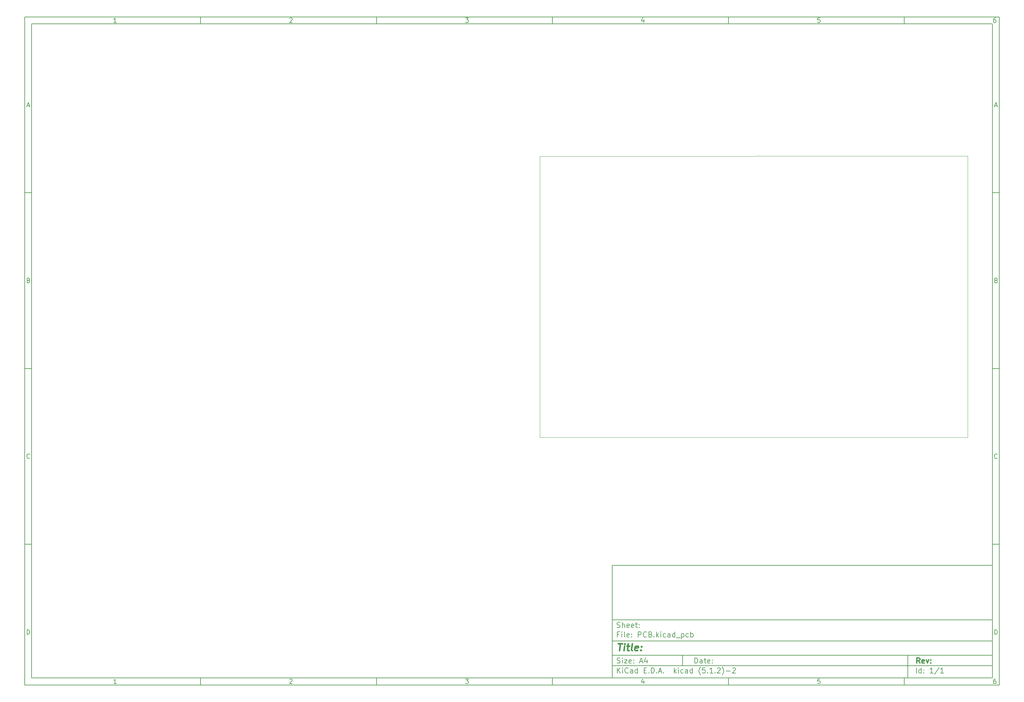
<source format=gbr>
G04 #@! TF.GenerationSoftware,KiCad,Pcbnew,(5.1.2)-2*
G04 #@! TF.CreationDate,2019-11-01T09:46:42-03:00*
G04 #@! TF.ProjectId,PCB,5043422e-6b69-4636-9164-5f7063625858,rev?*
G04 #@! TF.SameCoordinates,Original*
G04 #@! TF.FileFunction,Profile,NP*
%FSLAX46Y46*%
G04 Gerber Fmt 4.6, Leading zero omitted, Abs format (unit mm)*
G04 Created by KiCad (PCBNEW (5.1.2)-2) date 2019-11-01 09:46:42*
%MOMM*%
%LPD*%
G04 APERTURE LIST*
%ADD10C,0.100000*%
%ADD11C,0.150000*%
%ADD12C,0.300000*%
%ADD13C,0.400000*%
G04 APERTURE END LIST*
D10*
D11*
X177002200Y-166007200D02*
X177002200Y-198007200D01*
X285002200Y-198007200D01*
X285002200Y-166007200D01*
X177002200Y-166007200D01*
D10*
D11*
X10000000Y-10000000D02*
X10000000Y-200007200D01*
X287002200Y-200007200D01*
X287002200Y-10000000D01*
X10000000Y-10000000D01*
D10*
D11*
X12000000Y-12000000D02*
X12000000Y-198007200D01*
X285002200Y-198007200D01*
X285002200Y-12000000D01*
X12000000Y-12000000D01*
D10*
D11*
X60000000Y-12000000D02*
X60000000Y-10000000D01*
D10*
D11*
X110000000Y-12000000D02*
X110000000Y-10000000D01*
D10*
D11*
X160000000Y-12000000D02*
X160000000Y-10000000D01*
D10*
D11*
X210000000Y-12000000D02*
X210000000Y-10000000D01*
D10*
D11*
X260000000Y-12000000D02*
X260000000Y-10000000D01*
D10*
D11*
X36065476Y-11588095D02*
X35322619Y-11588095D01*
X35694047Y-11588095D02*
X35694047Y-10288095D01*
X35570238Y-10473809D01*
X35446428Y-10597619D01*
X35322619Y-10659523D01*
D10*
D11*
X85322619Y-10411904D02*
X85384523Y-10350000D01*
X85508333Y-10288095D01*
X85817857Y-10288095D01*
X85941666Y-10350000D01*
X86003571Y-10411904D01*
X86065476Y-10535714D01*
X86065476Y-10659523D01*
X86003571Y-10845238D01*
X85260714Y-11588095D01*
X86065476Y-11588095D01*
D10*
D11*
X135260714Y-10288095D02*
X136065476Y-10288095D01*
X135632142Y-10783333D01*
X135817857Y-10783333D01*
X135941666Y-10845238D01*
X136003571Y-10907142D01*
X136065476Y-11030952D01*
X136065476Y-11340476D01*
X136003571Y-11464285D01*
X135941666Y-11526190D01*
X135817857Y-11588095D01*
X135446428Y-11588095D01*
X135322619Y-11526190D01*
X135260714Y-11464285D01*
D10*
D11*
X185941666Y-10721428D02*
X185941666Y-11588095D01*
X185632142Y-10226190D02*
X185322619Y-11154761D01*
X186127380Y-11154761D01*
D10*
D11*
X236003571Y-10288095D02*
X235384523Y-10288095D01*
X235322619Y-10907142D01*
X235384523Y-10845238D01*
X235508333Y-10783333D01*
X235817857Y-10783333D01*
X235941666Y-10845238D01*
X236003571Y-10907142D01*
X236065476Y-11030952D01*
X236065476Y-11340476D01*
X236003571Y-11464285D01*
X235941666Y-11526190D01*
X235817857Y-11588095D01*
X235508333Y-11588095D01*
X235384523Y-11526190D01*
X235322619Y-11464285D01*
D10*
D11*
X285941666Y-10288095D02*
X285694047Y-10288095D01*
X285570238Y-10350000D01*
X285508333Y-10411904D01*
X285384523Y-10597619D01*
X285322619Y-10845238D01*
X285322619Y-11340476D01*
X285384523Y-11464285D01*
X285446428Y-11526190D01*
X285570238Y-11588095D01*
X285817857Y-11588095D01*
X285941666Y-11526190D01*
X286003571Y-11464285D01*
X286065476Y-11340476D01*
X286065476Y-11030952D01*
X286003571Y-10907142D01*
X285941666Y-10845238D01*
X285817857Y-10783333D01*
X285570238Y-10783333D01*
X285446428Y-10845238D01*
X285384523Y-10907142D01*
X285322619Y-11030952D01*
D10*
D11*
X60000000Y-198007200D02*
X60000000Y-200007200D01*
D10*
D11*
X110000000Y-198007200D02*
X110000000Y-200007200D01*
D10*
D11*
X160000000Y-198007200D02*
X160000000Y-200007200D01*
D10*
D11*
X210000000Y-198007200D02*
X210000000Y-200007200D01*
D10*
D11*
X260000000Y-198007200D02*
X260000000Y-200007200D01*
D10*
D11*
X36065476Y-199595295D02*
X35322619Y-199595295D01*
X35694047Y-199595295D02*
X35694047Y-198295295D01*
X35570238Y-198481009D01*
X35446428Y-198604819D01*
X35322619Y-198666723D01*
D10*
D11*
X85322619Y-198419104D02*
X85384523Y-198357200D01*
X85508333Y-198295295D01*
X85817857Y-198295295D01*
X85941666Y-198357200D01*
X86003571Y-198419104D01*
X86065476Y-198542914D01*
X86065476Y-198666723D01*
X86003571Y-198852438D01*
X85260714Y-199595295D01*
X86065476Y-199595295D01*
D10*
D11*
X135260714Y-198295295D02*
X136065476Y-198295295D01*
X135632142Y-198790533D01*
X135817857Y-198790533D01*
X135941666Y-198852438D01*
X136003571Y-198914342D01*
X136065476Y-199038152D01*
X136065476Y-199347676D01*
X136003571Y-199471485D01*
X135941666Y-199533390D01*
X135817857Y-199595295D01*
X135446428Y-199595295D01*
X135322619Y-199533390D01*
X135260714Y-199471485D01*
D10*
D11*
X185941666Y-198728628D02*
X185941666Y-199595295D01*
X185632142Y-198233390D02*
X185322619Y-199161961D01*
X186127380Y-199161961D01*
D10*
D11*
X236003571Y-198295295D02*
X235384523Y-198295295D01*
X235322619Y-198914342D01*
X235384523Y-198852438D01*
X235508333Y-198790533D01*
X235817857Y-198790533D01*
X235941666Y-198852438D01*
X236003571Y-198914342D01*
X236065476Y-199038152D01*
X236065476Y-199347676D01*
X236003571Y-199471485D01*
X235941666Y-199533390D01*
X235817857Y-199595295D01*
X235508333Y-199595295D01*
X235384523Y-199533390D01*
X235322619Y-199471485D01*
D10*
D11*
X285941666Y-198295295D02*
X285694047Y-198295295D01*
X285570238Y-198357200D01*
X285508333Y-198419104D01*
X285384523Y-198604819D01*
X285322619Y-198852438D01*
X285322619Y-199347676D01*
X285384523Y-199471485D01*
X285446428Y-199533390D01*
X285570238Y-199595295D01*
X285817857Y-199595295D01*
X285941666Y-199533390D01*
X286003571Y-199471485D01*
X286065476Y-199347676D01*
X286065476Y-199038152D01*
X286003571Y-198914342D01*
X285941666Y-198852438D01*
X285817857Y-198790533D01*
X285570238Y-198790533D01*
X285446428Y-198852438D01*
X285384523Y-198914342D01*
X285322619Y-199038152D01*
D10*
D11*
X10000000Y-60000000D02*
X12000000Y-60000000D01*
D10*
D11*
X10000000Y-110000000D02*
X12000000Y-110000000D01*
D10*
D11*
X10000000Y-160000000D02*
X12000000Y-160000000D01*
D10*
D11*
X10690476Y-35216666D02*
X11309523Y-35216666D01*
X10566666Y-35588095D02*
X11000000Y-34288095D01*
X11433333Y-35588095D01*
D10*
D11*
X11092857Y-84907142D02*
X11278571Y-84969047D01*
X11340476Y-85030952D01*
X11402380Y-85154761D01*
X11402380Y-85340476D01*
X11340476Y-85464285D01*
X11278571Y-85526190D01*
X11154761Y-85588095D01*
X10659523Y-85588095D01*
X10659523Y-84288095D01*
X11092857Y-84288095D01*
X11216666Y-84350000D01*
X11278571Y-84411904D01*
X11340476Y-84535714D01*
X11340476Y-84659523D01*
X11278571Y-84783333D01*
X11216666Y-84845238D01*
X11092857Y-84907142D01*
X10659523Y-84907142D01*
D10*
D11*
X11402380Y-135464285D02*
X11340476Y-135526190D01*
X11154761Y-135588095D01*
X11030952Y-135588095D01*
X10845238Y-135526190D01*
X10721428Y-135402380D01*
X10659523Y-135278571D01*
X10597619Y-135030952D01*
X10597619Y-134845238D01*
X10659523Y-134597619D01*
X10721428Y-134473809D01*
X10845238Y-134350000D01*
X11030952Y-134288095D01*
X11154761Y-134288095D01*
X11340476Y-134350000D01*
X11402380Y-134411904D01*
D10*
D11*
X10659523Y-185588095D02*
X10659523Y-184288095D01*
X10969047Y-184288095D01*
X11154761Y-184350000D01*
X11278571Y-184473809D01*
X11340476Y-184597619D01*
X11402380Y-184845238D01*
X11402380Y-185030952D01*
X11340476Y-185278571D01*
X11278571Y-185402380D01*
X11154761Y-185526190D01*
X10969047Y-185588095D01*
X10659523Y-185588095D01*
D10*
D11*
X287002200Y-60000000D02*
X285002200Y-60000000D01*
D10*
D11*
X287002200Y-110000000D02*
X285002200Y-110000000D01*
D10*
D11*
X287002200Y-160000000D02*
X285002200Y-160000000D01*
D10*
D11*
X285692676Y-35216666D02*
X286311723Y-35216666D01*
X285568866Y-35588095D02*
X286002200Y-34288095D01*
X286435533Y-35588095D01*
D10*
D11*
X286095057Y-84907142D02*
X286280771Y-84969047D01*
X286342676Y-85030952D01*
X286404580Y-85154761D01*
X286404580Y-85340476D01*
X286342676Y-85464285D01*
X286280771Y-85526190D01*
X286156961Y-85588095D01*
X285661723Y-85588095D01*
X285661723Y-84288095D01*
X286095057Y-84288095D01*
X286218866Y-84350000D01*
X286280771Y-84411904D01*
X286342676Y-84535714D01*
X286342676Y-84659523D01*
X286280771Y-84783333D01*
X286218866Y-84845238D01*
X286095057Y-84907142D01*
X285661723Y-84907142D01*
D10*
D11*
X286404580Y-135464285D02*
X286342676Y-135526190D01*
X286156961Y-135588095D01*
X286033152Y-135588095D01*
X285847438Y-135526190D01*
X285723628Y-135402380D01*
X285661723Y-135278571D01*
X285599819Y-135030952D01*
X285599819Y-134845238D01*
X285661723Y-134597619D01*
X285723628Y-134473809D01*
X285847438Y-134350000D01*
X286033152Y-134288095D01*
X286156961Y-134288095D01*
X286342676Y-134350000D01*
X286404580Y-134411904D01*
D10*
D11*
X285661723Y-185588095D02*
X285661723Y-184288095D01*
X285971247Y-184288095D01*
X286156961Y-184350000D01*
X286280771Y-184473809D01*
X286342676Y-184597619D01*
X286404580Y-184845238D01*
X286404580Y-185030952D01*
X286342676Y-185278571D01*
X286280771Y-185402380D01*
X286156961Y-185526190D01*
X285971247Y-185588095D01*
X285661723Y-185588095D01*
D10*
D11*
X200434342Y-193785771D02*
X200434342Y-192285771D01*
X200791485Y-192285771D01*
X201005771Y-192357200D01*
X201148628Y-192500057D01*
X201220057Y-192642914D01*
X201291485Y-192928628D01*
X201291485Y-193142914D01*
X201220057Y-193428628D01*
X201148628Y-193571485D01*
X201005771Y-193714342D01*
X200791485Y-193785771D01*
X200434342Y-193785771D01*
X202577200Y-193785771D02*
X202577200Y-193000057D01*
X202505771Y-192857200D01*
X202362914Y-192785771D01*
X202077200Y-192785771D01*
X201934342Y-192857200D01*
X202577200Y-193714342D02*
X202434342Y-193785771D01*
X202077200Y-193785771D01*
X201934342Y-193714342D01*
X201862914Y-193571485D01*
X201862914Y-193428628D01*
X201934342Y-193285771D01*
X202077200Y-193214342D01*
X202434342Y-193214342D01*
X202577200Y-193142914D01*
X203077200Y-192785771D02*
X203648628Y-192785771D01*
X203291485Y-192285771D02*
X203291485Y-193571485D01*
X203362914Y-193714342D01*
X203505771Y-193785771D01*
X203648628Y-193785771D01*
X204720057Y-193714342D02*
X204577200Y-193785771D01*
X204291485Y-193785771D01*
X204148628Y-193714342D01*
X204077200Y-193571485D01*
X204077200Y-193000057D01*
X204148628Y-192857200D01*
X204291485Y-192785771D01*
X204577200Y-192785771D01*
X204720057Y-192857200D01*
X204791485Y-193000057D01*
X204791485Y-193142914D01*
X204077200Y-193285771D01*
X205434342Y-193642914D02*
X205505771Y-193714342D01*
X205434342Y-193785771D01*
X205362914Y-193714342D01*
X205434342Y-193642914D01*
X205434342Y-193785771D01*
X205434342Y-192857200D02*
X205505771Y-192928628D01*
X205434342Y-193000057D01*
X205362914Y-192928628D01*
X205434342Y-192857200D01*
X205434342Y-193000057D01*
D10*
D11*
X177002200Y-194507200D02*
X285002200Y-194507200D01*
D10*
D11*
X178434342Y-196585771D02*
X178434342Y-195085771D01*
X179291485Y-196585771D02*
X178648628Y-195728628D01*
X179291485Y-195085771D02*
X178434342Y-195942914D01*
X179934342Y-196585771D02*
X179934342Y-195585771D01*
X179934342Y-195085771D02*
X179862914Y-195157200D01*
X179934342Y-195228628D01*
X180005771Y-195157200D01*
X179934342Y-195085771D01*
X179934342Y-195228628D01*
X181505771Y-196442914D02*
X181434342Y-196514342D01*
X181220057Y-196585771D01*
X181077200Y-196585771D01*
X180862914Y-196514342D01*
X180720057Y-196371485D01*
X180648628Y-196228628D01*
X180577200Y-195942914D01*
X180577200Y-195728628D01*
X180648628Y-195442914D01*
X180720057Y-195300057D01*
X180862914Y-195157200D01*
X181077200Y-195085771D01*
X181220057Y-195085771D01*
X181434342Y-195157200D01*
X181505771Y-195228628D01*
X182791485Y-196585771D02*
X182791485Y-195800057D01*
X182720057Y-195657200D01*
X182577200Y-195585771D01*
X182291485Y-195585771D01*
X182148628Y-195657200D01*
X182791485Y-196514342D02*
X182648628Y-196585771D01*
X182291485Y-196585771D01*
X182148628Y-196514342D01*
X182077200Y-196371485D01*
X182077200Y-196228628D01*
X182148628Y-196085771D01*
X182291485Y-196014342D01*
X182648628Y-196014342D01*
X182791485Y-195942914D01*
X184148628Y-196585771D02*
X184148628Y-195085771D01*
X184148628Y-196514342D02*
X184005771Y-196585771D01*
X183720057Y-196585771D01*
X183577200Y-196514342D01*
X183505771Y-196442914D01*
X183434342Y-196300057D01*
X183434342Y-195871485D01*
X183505771Y-195728628D01*
X183577200Y-195657200D01*
X183720057Y-195585771D01*
X184005771Y-195585771D01*
X184148628Y-195657200D01*
X186005771Y-195800057D02*
X186505771Y-195800057D01*
X186720057Y-196585771D02*
X186005771Y-196585771D01*
X186005771Y-195085771D01*
X186720057Y-195085771D01*
X187362914Y-196442914D02*
X187434342Y-196514342D01*
X187362914Y-196585771D01*
X187291485Y-196514342D01*
X187362914Y-196442914D01*
X187362914Y-196585771D01*
X188077200Y-196585771D02*
X188077200Y-195085771D01*
X188434342Y-195085771D01*
X188648628Y-195157200D01*
X188791485Y-195300057D01*
X188862914Y-195442914D01*
X188934342Y-195728628D01*
X188934342Y-195942914D01*
X188862914Y-196228628D01*
X188791485Y-196371485D01*
X188648628Y-196514342D01*
X188434342Y-196585771D01*
X188077200Y-196585771D01*
X189577200Y-196442914D02*
X189648628Y-196514342D01*
X189577200Y-196585771D01*
X189505771Y-196514342D01*
X189577200Y-196442914D01*
X189577200Y-196585771D01*
X190220057Y-196157200D02*
X190934342Y-196157200D01*
X190077200Y-196585771D02*
X190577200Y-195085771D01*
X191077200Y-196585771D01*
X191577200Y-196442914D02*
X191648628Y-196514342D01*
X191577200Y-196585771D01*
X191505771Y-196514342D01*
X191577200Y-196442914D01*
X191577200Y-196585771D01*
X194577200Y-196585771D02*
X194577200Y-195085771D01*
X194720057Y-196014342D02*
X195148628Y-196585771D01*
X195148628Y-195585771D02*
X194577200Y-196157200D01*
X195791485Y-196585771D02*
X195791485Y-195585771D01*
X195791485Y-195085771D02*
X195720057Y-195157200D01*
X195791485Y-195228628D01*
X195862914Y-195157200D01*
X195791485Y-195085771D01*
X195791485Y-195228628D01*
X197148628Y-196514342D02*
X197005771Y-196585771D01*
X196720057Y-196585771D01*
X196577200Y-196514342D01*
X196505771Y-196442914D01*
X196434342Y-196300057D01*
X196434342Y-195871485D01*
X196505771Y-195728628D01*
X196577200Y-195657200D01*
X196720057Y-195585771D01*
X197005771Y-195585771D01*
X197148628Y-195657200D01*
X198434342Y-196585771D02*
X198434342Y-195800057D01*
X198362914Y-195657200D01*
X198220057Y-195585771D01*
X197934342Y-195585771D01*
X197791485Y-195657200D01*
X198434342Y-196514342D02*
X198291485Y-196585771D01*
X197934342Y-196585771D01*
X197791485Y-196514342D01*
X197720057Y-196371485D01*
X197720057Y-196228628D01*
X197791485Y-196085771D01*
X197934342Y-196014342D01*
X198291485Y-196014342D01*
X198434342Y-195942914D01*
X199791485Y-196585771D02*
X199791485Y-195085771D01*
X199791485Y-196514342D02*
X199648628Y-196585771D01*
X199362914Y-196585771D01*
X199220057Y-196514342D01*
X199148628Y-196442914D01*
X199077200Y-196300057D01*
X199077200Y-195871485D01*
X199148628Y-195728628D01*
X199220057Y-195657200D01*
X199362914Y-195585771D01*
X199648628Y-195585771D01*
X199791485Y-195657200D01*
X202077200Y-197157200D02*
X202005771Y-197085771D01*
X201862914Y-196871485D01*
X201791485Y-196728628D01*
X201720057Y-196514342D01*
X201648628Y-196157200D01*
X201648628Y-195871485D01*
X201720057Y-195514342D01*
X201791485Y-195300057D01*
X201862914Y-195157200D01*
X202005771Y-194942914D01*
X202077200Y-194871485D01*
X203362914Y-195085771D02*
X202648628Y-195085771D01*
X202577200Y-195800057D01*
X202648628Y-195728628D01*
X202791485Y-195657200D01*
X203148628Y-195657200D01*
X203291485Y-195728628D01*
X203362914Y-195800057D01*
X203434342Y-195942914D01*
X203434342Y-196300057D01*
X203362914Y-196442914D01*
X203291485Y-196514342D01*
X203148628Y-196585771D01*
X202791485Y-196585771D01*
X202648628Y-196514342D01*
X202577200Y-196442914D01*
X204077200Y-196442914D02*
X204148628Y-196514342D01*
X204077200Y-196585771D01*
X204005771Y-196514342D01*
X204077200Y-196442914D01*
X204077200Y-196585771D01*
X205577200Y-196585771D02*
X204720057Y-196585771D01*
X205148628Y-196585771D02*
X205148628Y-195085771D01*
X205005771Y-195300057D01*
X204862914Y-195442914D01*
X204720057Y-195514342D01*
X206220057Y-196442914D02*
X206291485Y-196514342D01*
X206220057Y-196585771D01*
X206148628Y-196514342D01*
X206220057Y-196442914D01*
X206220057Y-196585771D01*
X206862914Y-195228628D02*
X206934342Y-195157200D01*
X207077200Y-195085771D01*
X207434342Y-195085771D01*
X207577200Y-195157200D01*
X207648628Y-195228628D01*
X207720057Y-195371485D01*
X207720057Y-195514342D01*
X207648628Y-195728628D01*
X206791485Y-196585771D01*
X207720057Y-196585771D01*
X208220057Y-197157200D02*
X208291485Y-197085771D01*
X208434342Y-196871485D01*
X208505771Y-196728628D01*
X208577200Y-196514342D01*
X208648628Y-196157200D01*
X208648628Y-195871485D01*
X208577200Y-195514342D01*
X208505771Y-195300057D01*
X208434342Y-195157200D01*
X208291485Y-194942914D01*
X208220057Y-194871485D01*
X209362914Y-196014342D02*
X210505771Y-196014342D01*
X211148628Y-195228628D02*
X211220057Y-195157200D01*
X211362914Y-195085771D01*
X211720057Y-195085771D01*
X211862914Y-195157200D01*
X211934342Y-195228628D01*
X212005771Y-195371485D01*
X212005771Y-195514342D01*
X211934342Y-195728628D01*
X211077200Y-196585771D01*
X212005771Y-196585771D01*
D10*
D11*
X177002200Y-191507200D02*
X285002200Y-191507200D01*
D10*
D12*
X264411485Y-193785771D02*
X263911485Y-193071485D01*
X263554342Y-193785771D02*
X263554342Y-192285771D01*
X264125771Y-192285771D01*
X264268628Y-192357200D01*
X264340057Y-192428628D01*
X264411485Y-192571485D01*
X264411485Y-192785771D01*
X264340057Y-192928628D01*
X264268628Y-193000057D01*
X264125771Y-193071485D01*
X263554342Y-193071485D01*
X265625771Y-193714342D02*
X265482914Y-193785771D01*
X265197200Y-193785771D01*
X265054342Y-193714342D01*
X264982914Y-193571485D01*
X264982914Y-193000057D01*
X265054342Y-192857200D01*
X265197200Y-192785771D01*
X265482914Y-192785771D01*
X265625771Y-192857200D01*
X265697200Y-193000057D01*
X265697200Y-193142914D01*
X264982914Y-193285771D01*
X266197200Y-192785771D02*
X266554342Y-193785771D01*
X266911485Y-192785771D01*
X267482914Y-193642914D02*
X267554342Y-193714342D01*
X267482914Y-193785771D01*
X267411485Y-193714342D01*
X267482914Y-193642914D01*
X267482914Y-193785771D01*
X267482914Y-192857200D02*
X267554342Y-192928628D01*
X267482914Y-193000057D01*
X267411485Y-192928628D01*
X267482914Y-192857200D01*
X267482914Y-193000057D01*
D10*
D11*
X178362914Y-193714342D02*
X178577200Y-193785771D01*
X178934342Y-193785771D01*
X179077200Y-193714342D01*
X179148628Y-193642914D01*
X179220057Y-193500057D01*
X179220057Y-193357200D01*
X179148628Y-193214342D01*
X179077200Y-193142914D01*
X178934342Y-193071485D01*
X178648628Y-193000057D01*
X178505771Y-192928628D01*
X178434342Y-192857200D01*
X178362914Y-192714342D01*
X178362914Y-192571485D01*
X178434342Y-192428628D01*
X178505771Y-192357200D01*
X178648628Y-192285771D01*
X179005771Y-192285771D01*
X179220057Y-192357200D01*
X179862914Y-193785771D02*
X179862914Y-192785771D01*
X179862914Y-192285771D02*
X179791485Y-192357200D01*
X179862914Y-192428628D01*
X179934342Y-192357200D01*
X179862914Y-192285771D01*
X179862914Y-192428628D01*
X180434342Y-192785771D02*
X181220057Y-192785771D01*
X180434342Y-193785771D01*
X181220057Y-193785771D01*
X182362914Y-193714342D02*
X182220057Y-193785771D01*
X181934342Y-193785771D01*
X181791485Y-193714342D01*
X181720057Y-193571485D01*
X181720057Y-193000057D01*
X181791485Y-192857200D01*
X181934342Y-192785771D01*
X182220057Y-192785771D01*
X182362914Y-192857200D01*
X182434342Y-193000057D01*
X182434342Y-193142914D01*
X181720057Y-193285771D01*
X183077200Y-193642914D02*
X183148628Y-193714342D01*
X183077200Y-193785771D01*
X183005771Y-193714342D01*
X183077200Y-193642914D01*
X183077200Y-193785771D01*
X183077200Y-192857200D02*
X183148628Y-192928628D01*
X183077200Y-193000057D01*
X183005771Y-192928628D01*
X183077200Y-192857200D01*
X183077200Y-193000057D01*
X184862914Y-193357200D02*
X185577200Y-193357200D01*
X184720057Y-193785771D02*
X185220057Y-192285771D01*
X185720057Y-193785771D01*
X186862914Y-192785771D02*
X186862914Y-193785771D01*
X186505771Y-192214342D02*
X186148628Y-193285771D01*
X187077200Y-193285771D01*
D10*
D11*
X263434342Y-196585771D02*
X263434342Y-195085771D01*
X264791485Y-196585771D02*
X264791485Y-195085771D01*
X264791485Y-196514342D02*
X264648628Y-196585771D01*
X264362914Y-196585771D01*
X264220057Y-196514342D01*
X264148628Y-196442914D01*
X264077200Y-196300057D01*
X264077200Y-195871485D01*
X264148628Y-195728628D01*
X264220057Y-195657200D01*
X264362914Y-195585771D01*
X264648628Y-195585771D01*
X264791485Y-195657200D01*
X265505771Y-196442914D02*
X265577200Y-196514342D01*
X265505771Y-196585771D01*
X265434342Y-196514342D01*
X265505771Y-196442914D01*
X265505771Y-196585771D01*
X265505771Y-195657200D02*
X265577200Y-195728628D01*
X265505771Y-195800057D01*
X265434342Y-195728628D01*
X265505771Y-195657200D01*
X265505771Y-195800057D01*
X268148628Y-196585771D02*
X267291485Y-196585771D01*
X267720057Y-196585771D02*
X267720057Y-195085771D01*
X267577200Y-195300057D01*
X267434342Y-195442914D01*
X267291485Y-195514342D01*
X269862914Y-195014342D02*
X268577200Y-196942914D01*
X271148628Y-196585771D02*
X270291485Y-196585771D01*
X270720057Y-196585771D02*
X270720057Y-195085771D01*
X270577200Y-195300057D01*
X270434342Y-195442914D01*
X270291485Y-195514342D01*
D10*
D11*
X177002200Y-187507200D02*
X285002200Y-187507200D01*
D10*
D13*
X178714580Y-188211961D02*
X179857438Y-188211961D01*
X179036009Y-190211961D02*
X179286009Y-188211961D01*
X180274104Y-190211961D02*
X180440771Y-188878628D01*
X180524104Y-188211961D02*
X180416961Y-188307200D01*
X180500295Y-188402438D01*
X180607438Y-188307200D01*
X180524104Y-188211961D01*
X180500295Y-188402438D01*
X181107438Y-188878628D02*
X181869342Y-188878628D01*
X181476485Y-188211961D02*
X181262200Y-189926247D01*
X181333628Y-190116723D01*
X181512200Y-190211961D01*
X181702676Y-190211961D01*
X182655057Y-190211961D02*
X182476485Y-190116723D01*
X182405057Y-189926247D01*
X182619342Y-188211961D01*
X184190771Y-190116723D02*
X183988390Y-190211961D01*
X183607438Y-190211961D01*
X183428866Y-190116723D01*
X183357438Y-189926247D01*
X183452676Y-189164342D01*
X183571723Y-188973866D01*
X183774104Y-188878628D01*
X184155057Y-188878628D01*
X184333628Y-188973866D01*
X184405057Y-189164342D01*
X184381247Y-189354819D01*
X183405057Y-189545295D01*
X185155057Y-190021485D02*
X185238390Y-190116723D01*
X185131247Y-190211961D01*
X185047914Y-190116723D01*
X185155057Y-190021485D01*
X185131247Y-190211961D01*
X185286009Y-188973866D02*
X185369342Y-189069104D01*
X185262200Y-189164342D01*
X185178866Y-189069104D01*
X185286009Y-188973866D01*
X185262200Y-189164342D01*
D10*
D11*
X178934342Y-185600057D02*
X178434342Y-185600057D01*
X178434342Y-186385771D02*
X178434342Y-184885771D01*
X179148628Y-184885771D01*
X179720057Y-186385771D02*
X179720057Y-185385771D01*
X179720057Y-184885771D02*
X179648628Y-184957200D01*
X179720057Y-185028628D01*
X179791485Y-184957200D01*
X179720057Y-184885771D01*
X179720057Y-185028628D01*
X180648628Y-186385771D02*
X180505771Y-186314342D01*
X180434342Y-186171485D01*
X180434342Y-184885771D01*
X181791485Y-186314342D02*
X181648628Y-186385771D01*
X181362914Y-186385771D01*
X181220057Y-186314342D01*
X181148628Y-186171485D01*
X181148628Y-185600057D01*
X181220057Y-185457200D01*
X181362914Y-185385771D01*
X181648628Y-185385771D01*
X181791485Y-185457200D01*
X181862914Y-185600057D01*
X181862914Y-185742914D01*
X181148628Y-185885771D01*
X182505771Y-186242914D02*
X182577200Y-186314342D01*
X182505771Y-186385771D01*
X182434342Y-186314342D01*
X182505771Y-186242914D01*
X182505771Y-186385771D01*
X182505771Y-185457200D02*
X182577200Y-185528628D01*
X182505771Y-185600057D01*
X182434342Y-185528628D01*
X182505771Y-185457200D01*
X182505771Y-185600057D01*
X184362914Y-186385771D02*
X184362914Y-184885771D01*
X184934342Y-184885771D01*
X185077200Y-184957200D01*
X185148628Y-185028628D01*
X185220057Y-185171485D01*
X185220057Y-185385771D01*
X185148628Y-185528628D01*
X185077200Y-185600057D01*
X184934342Y-185671485D01*
X184362914Y-185671485D01*
X186720057Y-186242914D02*
X186648628Y-186314342D01*
X186434342Y-186385771D01*
X186291485Y-186385771D01*
X186077200Y-186314342D01*
X185934342Y-186171485D01*
X185862914Y-186028628D01*
X185791485Y-185742914D01*
X185791485Y-185528628D01*
X185862914Y-185242914D01*
X185934342Y-185100057D01*
X186077200Y-184957200D01*
X186291485Y-184885771D01*
X186434342Y-184885771D01*
X186648628Y-184957200D01*
X186720057Y-185028628D01*
X187862914Y-185600057D02*
X188077200Y-185671485D01*
X188148628Y-185742914D01*
X188220057Y-185885771D01*
X188220057Y-186100057D01*
X188148628Y-186242914D01*
X188077200Y-186314342D01*
X187934342Y-186385771D01*
X187362914Y-186385771D01*
X187362914Y-184885771D01*
X187862914Y-184885771D01*
X188005771Y-184957200D01*
X188077200Y-185028628D01*
X188148628Y-185171485D01*
X188148628Y-185314342D01*
X188077200Y-185457200D01*
X188005771Y-185528628D01*
X187862914Y-185600057D01*
X187362914Y-185600057D01*
X188862914Y-186242914D02*
X188934342Y-186314342D01*
X188862914Y-186385771D01*
X188791485Y-186314342D01*
X188862914Y-186242914D01*
X188862914Y-186385771D01*
X189577200Y-186385771D02*
X189577200Y-184885771D01*
X189720057Y-185814342D02*
X190148628Y-186385771D01*
X190148628Y-185385771D02*
X189577200Y-185957200D01*
X190791485Y-186385771D02*
X190791485Y-185385771D01*
X190791485Y-184885771D02*
X190720057Y-184957200D01*
X190791485Y-185028628D01*
X190862914Y-184957200D01*
X190791485Y-184885771D01*
X190791485Y-185028628D01*
X192148628Y-186314342D02*
X192005771Y-186385771D01*
X191720057Y-186385771D01*
X191577200Y-186314342D01*
X191505771Y-186242914D01*
X191434342Y-186100057D01*
X191434342Y-185671485D01*
X191505771Y-185528628D01*
X191577200Y-185457200D01*
X191720057Y-185385771D01*
X192005771Y-185385771D01*
X192148628Y-185457200D01*
X193434342Y-186385771D02*
X193434342Y-185600057D01*
X193362914Y-185457200D01*
X193220057Y-185385771D01*
X192934342Y-185385771D01*
X192791485Y-185457200D01*
X193434342Y-186314342D02*
X193291485Y-186385771D01*
X192934342Y-186385771D01*
X192791485Y-186314342D01*
X192720057Y-186171485D01*
X192720057Y-186028628D01*
X192791485Y-185885771D01*
X192934342Y-185814342D01*
X193291485Y-185814342D01*
X193434342Y-185742914D01*
X194791485Y-186385771D02*
X194791485Y-184885771D01*
X194791485Y-186314342D02*
X194648628Y-186385771D01*
X194362914Y-186385771D01*
X194220057Y-186314342D01*
X194148628Y-186242914D01*
X194077200Y-186100057D01*
X194077200Y-185671485D01*
X194148628Y-185528628D01*
X194220057Y-185457200D01*
X194362914Y-185385771D01*
X194648628Y-185385771D01*
X194791485Y-185457200D01*
X195148628Y-186528628D02*
X196291485Y-186528628D01*
X196648628Y-185385771D02*
X196648628Y-186885771D01*
X196648628Y-185457200D02*
X196791485Y-185385771D01*
X197077200Y-185385771D01*
X197220057Y-185457200D01*
X197291485Y-185528628D01*
X197362914Y-185671485D01*
X197362914Y-186100057D01*
X197291485Y-186242914D01*
X197220057Y-186314342D01*
X197077200Y-186385771D01*
X196791485Y-186385771D01*
X196648628Y-186314342D01*
X198648628Y-186314342D02*
X198505771Y-186385771D01*
X198220057Y-186385771D01*
X198077200Y-186314342D01*
X198005771Y-186242914D01*
X197934342Y-186100057D01*
X197934342Y-185671485D01*
X198005771Y-185528628D01*
X198077200Y-185457200D01*
X198220057Y-185385771D01*
X198505771Y-185385771D01*
X198648628Y-185457200D01*
X199291485Y-186385771D02*
X199291485Y-184885771D01*
X199291485Y-185457200D02*
X199434342Y-185385771D01*
X199720057Y-185385771D01*
X199862914Y-185457200D01*
X199934342Y-185528628D01*
X200005771Y-185671485D01*
X200005771Y-186100057D01*
X199934342Y-186242914D01*
X199862914Y-186314342D01*
X199720057Y-186385771D01*
X199434342Y-186385771D01*
X199291485Y-186314342D01*
D10*
D11*
X177002200Y-181507200D02*
X285002200Y-181507200D01*
D10*
D11*
X178362914Y-183614342D02*
X178577200Y-183685771D01*
X178934342Y-183685771D01*
X179077200Y-183614342D01*
X179148628Y-183542914D01*
X179220057Y-183400057D01*
X179220057Y-183257200D01*
X179148628Y-183114342D01*
X179077200Y-183042914D01*
X178934342Y-182971485D01*
X178648628Y-182900057D01*
X178505771Y-182828628D01*
X178434342Y-182757200D01*
X178362914Y-182614342D01*
X178362914Y-182471485D01*
X178434342Y-182328628D01*
X178505771Y-182257200D01*
X178648628Y-182185771D01*
X179005771Y-182185771D01*
X179220057Y-182257200D01*
X179862914Y-183685771D02*
X179862914Y-182185771D01*
X180505771Y-183685771D02*
X180505771Y-182900057D01*
X180434342Y-182757200D01*
X180291485Y-182685771D01*
X180077200Y-182685771D01*
X179934342Y-182757200D01*
X179862914Y-182828628D01*
X181791485Y-183614342D02*
X181648628Y-183685771D01*
X181362914Y-183685771D01*
X181220057Y-183614342D01*
X181148628Y-183471485D01*
X181148628Y-182900057D01*
X181220057Y-182757200D01*
X181362914Y-182685771D01*
X181648628Y-182685771D01*
X181791485Y-182757200D01*
X181862914Y-182900057D01*
X181862914Y-183042914D01*
X181148628Y-183185771D01*
X183077200Y-183614342D02*
X182934342Y-183685771D01*
X182648628Y-183685771D01*
X182505771Y-183614342D01*
X182434342Y-183471485D01*
X182434342Y-182900057D01*
X182505771Y-182757200D01*
X182648628Y-182685771D01*
X182934342Y-182685771D01*
X183077200Y-182757200D01*
X183148628Y-182900057D01*
X183148628Y-183042914D01*
X182434342Y-183185771D01*
X183577200Y-182685771D02*
X184148628Y-182685771D01*
X183791485Y-182185771D02*
X183791485Y-183471485D01*
X183862914Y-183614342D01*
X184005771Y-183685771D01*
X184148628Y-183685771D01*
X184648628Y-183542914D02*
X184720057Y-183614342D01*
X184648628Y-183685771D01*
X184577200Y-183614342D01*
X184648628Y-183542914D01*
X184648628Y-183685771D01*
X184648628Y-182757200D02*
X184720057Y-182828628D01*
X184648628Y-182900057D01*
X184577200Y-182828628D01*
X184648628Y-182757200D01*
X184648628Y-182900057D01*
D10*
D11*
X197002200Y-191507200D02*
X197002200Y-194507200D01*
D10*
D11*
X261002200Y-191507200D02*
X261002200Y-198007200D01*
D10*
X278000000Y-49600000D02*
X156400840Y-49603760D01*
X278000000Y-129603760D02*
X278000000Y-49600000D01*
X156400840Y-129603760D02*
X278000000Y-129603760D01*
X156400840Y-49603760D02*
X156400840Y-129603760D01*
M02*

</source>
